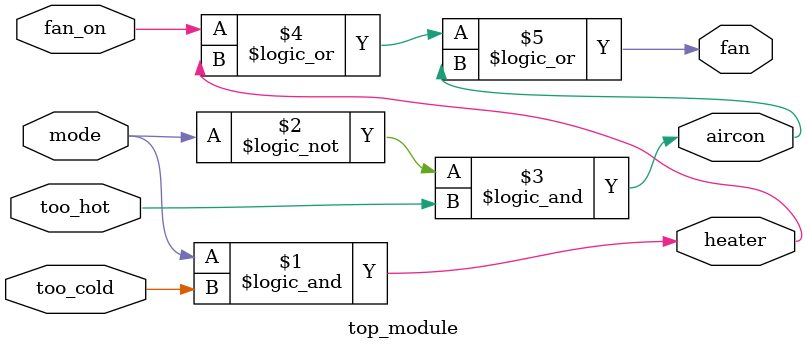
<source format=sv>
module top_module(
    input mode,
    input too_cold,
    input too_hot,
    input fan_on,
    output heater,
    output aircon,
    output fan
);
    // Initialize output signals
    assign heater = (mode && too_cold);         // Heater on in heating mode if too cold
    assign aircon = (!mode && too_hot);         // Air conditioner on in cooling mode if too hot
    assign fan    = fan_on || heater || aircon; // Fan on if fan_on is asserted or either heater or air conditioner is on

endmodule

</source>
